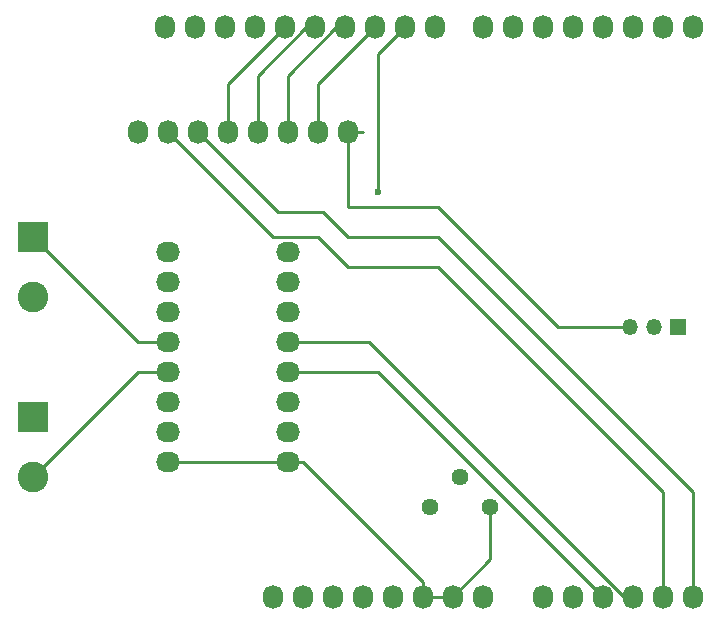
<source format=gbr>
%TF.GenerationSoftware,KiCad,Pcbnew,(5.1.9)-1*%
%TF.CreationDate,2021-05-06T12:27:20-07:00*%
%TF.ProjectId,CPE301D.FINAL,43504533-3031-4442-9e46-494e414c2e6b,rev?*%
%TF.SameCoordinates,Original*%
%TF.FileFunction,Copper,L2,Bot*%
%TF.FilePolarity,Positive*%
%FSLAX46Y46*%
G04 Gerber Fmt 4.6, Leading zero omitted, Abs format (unit mm)*
G04 Created by KiCad (PCBNEW (5.1.9)-1) date 2021-05-06 12:27:20*
%MOMM*%
%LPD*%
G01*
G04 APERTURE LIST*
%TA.AperFunction,ComponentPad*%
%ADD10C,1.440000*%
%TD*%
%TA.AperFunction,ComponentPad*%
%ADD11C,2.600000*%
%TD*%
%TA.AperFunction,ComponentPad*%
%ADD12R,2.600000X2.600000*%
%TD*%
%TA.AperFunction,ComponentPad*%
%ADD13O,1.727200X2.032000*%
%TD*%
%TA.AperFunction,ComponentPad*%
%ADD14O,2.032000X1.727200*%
%TD*%
%TA.AperFunction,ComponentPad*%
%ADD15O,1.350000X1.350000*%
%TD*%
%TA.AperFunction,ComponentPad*%
%ADD16R,1.350000X1.350000*%
%TD*%
%TA.AperFunction,ViaPad*%
%ADD17C,0.600000*%
%TD*%
%TA.AperFunction,Conductor*%
%ADD18C,0.250000*%
%TD*%
G04 APERTURE END LIST*
D10*
%TO.P,RV1,3*%
%TO.N,GND*%
X157378000Y-116205000D03*
%TO.P,RV1,2*%
%TO.N,/PC0*%
X154838000Y-113665000D03*
%TO.P,RV1,1*%
%TO.N,+5V*%
X152298000Y-116205000D03*
%TD*%
D11*
%TO.P,J2,2*%
%TO.N,Net-(J2-Pad2)*%
X118618000Y-98425000D03*
D12*
%TO.P,J2,1*%
%TO.N,Net-(J2-Pad1)*%
X118618000Y-93345000D03*
%TD*%
D11*
%TO.P,J1,2*%
%TO.N,Net-(J1-Pad2)*%
X118618000Y-113665000D03*
D12*
%TO.P,J1,1*%
%TO.N,Net-(J1-Pad1)*%
X118618000Y-108585000D03*
%TD*%
D13*
%TO.P,P9,8*%
%TO.N,/Vcc*%
X145288000Y-84455000D03*
%TO.P,P9,7*%
%TO.N,/PB2*%
X142748000Y-84455000D03*
%TO.P,P9,6*%
%TO.N,/PB3*%
X140208000Y-84455000D03*
%TO.P,P9,5*%
%TO.N,/PB4*%
X137668000Y-84455000D03*
%TO.P,P9,4*%
%TO.N,/PB5*%
X135128000Y-84455000D03*
%TO.P,P9,3*%
%TO.N,/PC5*%
X132588000Y-84455000D03*
%TO.P,P9,2*%
%TO.N,/PC4*%
X130048000Y-84455000D03*
%TO.P,P9,1*%
%TO.N,GND*%
X127508000Y-84455000D03*
%TD*%
D14*
%TO.P,P12,8*%
%TO.N,GND*%
X130048000Y-112395000D03*
%TO.P,P12,7*%
%TO.N,/Vcc*%
X130048000Y-109855000D03*
%TO.P,P12,6*%
%TO.N,Net-(J1-Pad1)*%
X130048000Y-107315000D03*
%TO.P,P12,5*%
%TO.N,Net-(J1-Pad2)*%
X130048000Y-104775000D03*
%TO.P,P12,4*%
%TO.N,Net-(J2-Pad1)*%
X130048000Y-102235000D03*
%TO.P,P12,3*%
%TO.N,Net-(J2-Pad2)*%
X130048000Y-99695000D03*
%TO.P,P12,2*%
%TO.N,Net-(P12-Pad2)*%
X130048000Y-97155000D03*
%TO.P,P12,1*%
%TO.N,Net-(P12-Pad1)*%
X130048000Y-94615000D03*
%TD*%
%TO.P,P11,8*%
%TO.N,GND*%
X140208000Y-112395000D03*
%TO.P,P11,7*%
%TO.N,Net-(P11-Pad7)*%
X140208000Y-109855000D03*
%TO.P,P11,6*%
%TO.N,/PB1*%
X140208000Y-107315000D03*
%TO.P,P11,5*%
%TO.N,/PC2*%
X140208000Y-104775000D03*
%TO.P,P11,4*%
%TO.N,/PC3*%
X140208000Y-102235000D03*
%TO.P,P11,3*%
%TO.N,/PD0*%
X140208000Y-99695000D03*
%TO.P,P11,2*%
%TO.N,Net-(P11-Pad2)*%
X140208000Y-97155000D03*
%TO.P,P11,1*%
%TO.N,Net-(P11-Pad1)*%
X140208000Y-94615000D03*
%TD*%
D15*
%TO.P,P10,3*%
%TO.N,/Vcc*%
X169228000Y-100965000D03*
%TO.P,P10,2*%
%TO.N,/PC1*%
X171228000Y-100965000D03*
D16*
%TO.P,P10,1*%
%TO.N,GND*%
X173228000Y-100965000D03*
%TD*%
D13*
%TO.P,P1,1*%
%TO.N,Net-(P1-Pad1)*%
X138938000Y-123825000D03*
%TO.P,P1,2*%
%TO.N,/Vcc*%
X141478000Y-123825000D03*
%TO.P,P1,3*%
%TO.N,/Reset*%
X144018000Y-123825000D03*
%TO.P,P1,4*%
%TO.N,+3V3*%
X146558000Y-123825000D03*
%TO.P,P1,5*%
%TO.N,+5V*%
X149098000Y-123825000D03*
%TO.P,P1,6*%
%TO.N,GND*%
X151638000Y-123825000D03*
%TO.P,P1,7*%
X154178000Y-123825000D03*
%TO.P,P1,8*%
%TO.N,/Vin*%
X156718000Y-123825000D03*
%TD*%
%TO.P,P2,1*%
%TO.N,/PC0*%
X161798000Y-123825000D03*
%TO.P,P2,2*%
%TO.N,/PC1*%
X164338000Y-123825000D03*
%TO.P,P2,3*%
%TO.N,/PC2*%
X166878000Y-123825000D03*
%TO.P,P2,4*%
%TO.N,/PC3*%
X169418000Y-123825000D03*
%TO.P,P2,5*%
%TO.N,/PC4*%
X171958000Y-123825000D03*
%TO.P,P2,6*%
%TO.N,/PC5*%
X174498000Y-123825000D03*
%TD*%
%TO.P,P3,1*%
%TO.N,/PC5(an)*%
X129794000Y-75565000D03*
%TO.P,P3,2*%
%TO.N,/PC4(an)*%
X132334000Y-75565000D03*
%TO.P,P3,3*%
%TO.N,/AREF*%
X134874000Y-75565000D03*
%TO.P,P3,4*%
%TO.N,GND*%
X137414000Y-75565000D03*
%TO.P,P3,5*%
%TO.N,/PB5*%
X139954000Y-75565000D03*
%TO.P,P3,6*%
%TO.N,/PB4*%
X142494000Y-75565000D03*
%TO.P,P3,7*%
%TO.N,/PB3*%
X145034000Y-75565000D03*
%TO.P,P3,8*%
%TO.N,/PB2*%
X147574000Y-75565000D03*
%TO.P,P3,9*%
%TO.N,/PB1*%
X150114000Y-75565000D03*
%TO.P,P3,10*%
%TO.N,/PB0*%
X152654000Y-75565000D03*
%TD*%
%TO.P,P4,1*%
%TO.N,/PD7*%
X156718000Y-75565000D03*
%TO.P,P4,2*%
%TO.N,/PD6*%
X159258000Y-75565000D03*
%TO.P,P4,3*%
%TO.N,/PD5*%
X161798000Y-75565000D03*
%TO.P,P4,4*%
%TO.N,/PD4*%
X164338000Y-75565000D03*
%TO.P,P4,5*%
%TO.N,/PD3*%
X166878000Y-75565000D03*
%TO.P,P4,6*%
%TO.N,/PD2*%
X169418000Y-75565000D03*
%TO.P,P4,7*%
%TO.N,/PD1(RX)*%
X171958000Y-75565000D03*
%TO.P,P4,8*%
%TO.N,/PD0(TX)*%
X174498000Y-75565000D03*
%TD*%
D17*
%TO.N,/PB1*%
X147828000Y-89535000D03*
%TD*%
D18*
%TO.N,GND*%
X130048000Y-112395000D02*
X141478000Y-112395000D01*
X151638000Y-122555000D02*
X141478000Y-112395000D01*
X151638000Y-123825000D02*
X151638000Y-122555000D01*
X154178000Y-123825000D02*
X151638000Y-123825000D01*
X157378000Y-120625000D02*
X154178000Y-123825000D01*
X157378000Y-116205000D02*
X157378000Y-120625000D01*
%TO.N,Net-(J1-Pad2)*%
X127508000Y-104775000D02*
X118618000Y-113665000D01*
X130048000Y-104775000D02*
X127508000Y-104775000D01*
%TO.N,/Vcc*%
X169228000Y-100965000D02*
X163068000Y-100965000D01*
X146558000Y-84455000D02*
X145288000Y-84455000D01*
X145288000Y-84455000D02*
X145288000Y-90805000D01*
X145288000Y-90805000D02*
X152908000Y-90805000D01*
X152908000Y-90805000D02*
X163068000Y-100965000D01*
%TO.N,/PC2*%
X147828000Y-104775000D02*
X166878000Y-123825000D01*
X141478000Y-104775000D02*
X147828000Y-104775000D01*
X141478000Y-104775000D02*
X140208000Y-104775000D01*
%TO.N,/PC3*%
X168711348Y-123825000D02*
X169418000Y-123825000D01*
X147121348Y-102235000D02*
X168711348Y-123825000D01*
X141478000Y-102235000D02*
X147121348Y-102235000D01*
X141478000Y-102235000D02*
X140208000Y-102235000D01*
%TO.N,/PC4*%
X171958000Y-114935000D02*
X171958000Y-123825000D01*
X145288000Y-95885000D02*
X152908000Y-95885000D01*
X142748000Y-93345000D02*
X145288000Y-95885000D01*
X152908000Y-95885000D02*
X171958000Y-114935000D01*
X130048000Y-84455000D02*
X138938000Y-93345000D01*
X138938000Y-93345000D02*
X140208000Y-93345000D01*
X140208000Y-93345000D02*
X142748000Y-93345000D01*
%TO.N,/PC5*%
X152908000Y-93345000D02*
X174498000Y-114935000D01*
X145288000Y-93345000D02*
X152908000Y-93345000D01*
X143198010Y-91255010D02*
X145288000Y-93345000D01*
X174498000Y-114935000D02*
X174498000Y-123825000D01*
X139388010Y-91255010D02*
X143198010Y-91255010D01*
X132588000Y-84455000D02*
X139388010Y-91255010D01*
%TO.N,/PB5*%
X135128000Y-80391000D02*
X139954000Y-75565000D01*
X135128000Y-84455000D02*
X135128000Y-80391000D01*
%TO.N,/PB4*%
X141787348Y-75565000D02*
X142494000Y-75565000D01*
X137668000Y-79684348D02*
X141787348Y-75565000D01*
X137668000Y-84455000D02*
X137668000Y-79684348D01*
%TO.N,/PB3*%
X144327348Y-75565000D02*
X145034000Y-75565000D01*
X140208000Y-79684348D02*
X144327348Y-75565000D01*
X140208000Y-84455000D02*
X140208000Y-79684348D01*
%TO.N,/PB2*%
X142748000Y-80391000D02*
X147574000Y-75565000D01*
X142748000Y-84455000D02*
X142748000Y-80391000D01*
%TO.N,/PB1*%
X147828000Y-77851000D02*
X150114000Y-75565000D01*
X147828000Y-89535000D02*
X147828000Y-77851000D01*
%TO.N,Net-(J2-Pad1)*%
X127508000Y-102235000D02*
X118618000Y-93345000D01*
X130048000Y-102235000D02*
X127508000Y-102235000D01*
%TD*%
M02*

</source>
